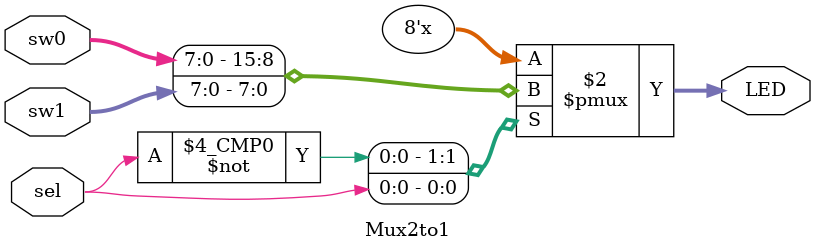
<source format=sv>
module Mux2to1(
        input [7:0] sw0, sw1,
        input sel,
        output reg [7:0] LED
    );
    
always @(sw0, sw1, sel) begin
case(sel)
    1'b0:       LED = sw0;
    1'b1:       LED = sw1;
    default:    LED = 8'b00000000;
endcase
end
endmodule

</source>
